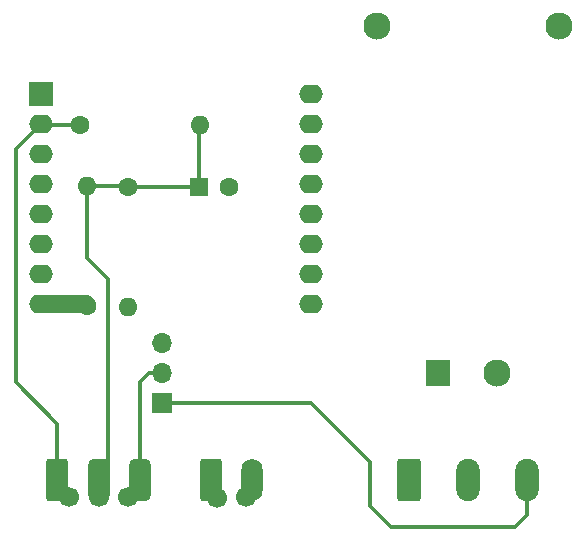
<source format=gtl>
G04 #@! TF.GenerationSoftware,KiCad,Pcbnew,(6.0.7)*
G04 #@! TF.CreationDate,2022-12-11T11:01:38+01:00*
G04 #@! TF.ProjectId,CT_Clamp,43545f43-6c61-46d7-902e-6b696361645f,rev?*
G04 #@! TF.SameCoordinates,Original*
G04 #@! TF.FileFunction,Copper,L1,Top*
G04 #@! TF.FilePolarity,Positive*
%FSLAX46Y46*%
G04 Gerber Fmt 4.6, Leading zero omitted, Abs format (unit mm)*
G04 Created by KiCad (PCBNEW (6.0.7)) date 2022-12-11 11:01:38*
%MOMM*%
%LPD*%
G01*
G04 APERTURE LIST*
G04 Aperture macros list*
%AMRoundRect*
0 Rectangle with rounded corners*
0 $1 Rounding radius*
0 $2 $3 $4 $5 $6 $7 $8 $9 X,Y pos of 4 corners*
0 Add a 4 corners polygon primitive as box body*
4,1,4,$2,$3,$4,$5,$6,$7,$8,$9,$2,$3,0*
0 Add four circle primitives for the rounded corners*
1,1,$1+$1,$2,$3*
1,1,$1+$1,$4,$5*
1,1,$1+$1,$6,$7*
1,1,$1+$1,$8,$9*
0 Add four rect primitives between the rounded corners*
20,1,$1+$1,$2,$3,$4,$5,0*
20,1,$1+$1,$4,$5,$6,$7,0*
20,1,$1+$1,$6,$7,$8,$9,0*
20,1,$1+$1,$8,$9,$2,$3,0*%
G04 Aperture macros list end*
G04 #@! TA.AperFunction,ComponentPad*
%ADD10C,1.600000*%
G04 #@! TD*
G04 #@! TA.AperFunction,ComponentPad*
%ADD11O,1.600000X1.600000*%
G04 #@! TD*
G04 #@! TA.AperFunction,ComponentPad*
%ADD12R,2.000000X2.300000*%
G04 #@! TD*
G04 #@! TA.AperFunction,ComponentPad*
%ADD13C,2.300000*%
G04 #@! TD*
G04 #@! TA.AperFunction,ComponentPad*
%ADD14R,2.000000X2.000000*%
G04 #@! TD*
G04 #@! TA.AperFunction,ComponentPad*
%ADD15O,2.000000X1.600000*%
G04 #@! TD*
G04 #@! TA.AperFunction,ComponentPad*
%ADD16RoundRect,0.250000X-0.650000X-1.550000X0.650000X-1.550000X0.650000X1.550000X-0.650000X1.550000X0*%
G04 #@! TD*
G04 #@! TA.AperFunction,ComponentPad*
%ADD17C,1.700000*%
G04 #@! TD*
G04 #@! TA.AperFunction,ComponentPad*
%ADD18RoundRect,0.450000X-0.450000X-1.350000X0.450000X-1.350000X0.450000X1.350000X-0.450000X1.350000X0*%
G04 #@! TD*
G04 #@! TA.AperFunction,ComponentPad*
%ADD19R,1.600000X1.600000*%
G04 #@! TD*
G04 #@! TA.AperFunction,ComponentPad*
%ADD20RoundRect,0.250000X-0.750000X-1.550000X0.750000X-1.550000X0.750000X1.550000X-0.750000X1.550000X0*%
G04 #@! TD*
G04 #@! TA.AperFunction,ComponentPad*
%ADD21O,2.000000X3.600000*%
G04 #@! TD*
G04 #@! TA.AperFunction,ComponentPad*
%ADD22R,1.700000X1.700000*%
G04 #@! TD*
G04 #@! TA.AperFunction,ComponentPad*
%ADD23O,1.700000X1.700000*%
G04 #@! TD*
G04 #@! TA.AperFunction,ComponentPad*
%ADD24O,1.800000X3.600000*%
G04 #@! TD*
G04 #@! TA.AperFunction,Conductor*
%ADD25C,0.350000*%
G04 #@! TD*
G04 #@! TA.AperFunction,Conductor*
%ADD26C,1.500000*%
G04 #@! TD*
G04 APERTURE END LIST*
D10*
X128250000Y-98000000D03*
D11*
X128250000Y-87840000D03*
D10*
X127670000Y-82750000D03*
D11*
X137830000Y-82750000D03*
D12*
X158000000Y-103750000D03*
D13*
X163000000Y-103750000D03*
X152800000Y-74350000D03*
X168200000Y-74350000D03*
D14*
X124380225Y-80110000D03*
D15*
X124380225Y-82650000D03*
X124380225Y-85190000D03*
X124380225Y-87730000D03*
X124380225Y-90270000D03*
X124380225Y-92810000D03*
X124380225Y-95350000D03*
X124380225Y-97890000D03*
X147240225Y-97890000D03*
X147240225Y-95350000D03*
X147240225Y-92810000D03*
X147240225Y-90270000D03*
X147240225Y-87730000D03*
X147240225Y-85190000D03*
X147240225Y-82650000D03*
X147240225Y-80110000D03*
D16*
X125750000Y-112750000D03*
D17*
X126750000Y-114223200D03*
X129250000Y-114223200D03*
D18*
X129250000Y-112750000D03*
D17*
X131750000Y-114223200D03*
D18*
X132750000Y-112750000D03*
D10*
X131750000Y-87920000D03*
D11*
X131750000Y-98080000D03*
D19*
X137750000Y-88000000D03*
D10*
X140250000Y-88000000D03*
D20*
X155500000Y-112750000D03*
D21*
X160500000Y-112750000D03*
X165500000Y-112750000D03*
D22*
X134625000Y-106250000D03*
D23*
X134625000Y-103710000D03*
X134625000Y-101170000D03*
D17*
X139250000Y-114274000D03*
D16*
X138750000Y-112750000D03*
D17*
X141750000Y-114223200D03*
D24*
X142250000Y-112750000D03*
D25*
X131750000Y-87920000D02*
X137670000Y-87920000D01*
X137750000Y-82830000D02*
X137830000Y-82750000D01*
X137670000Y-87920000D02*
X137750000Y-88000000D01*
X128250000Y-87840000D02*
X131670000Y-87840000D01*
X137750000Y-88000000D02*
X137750000Y-82830000D01*
X131670000Y-87840000D02*
X131750000Y-87920000D01*
X130000000Y-112000000D02*
X129250000Y-112750000D01*
X130000000Y-95750000D02*
X130000000Y-112000000D01*
X128250000Y-87840000D02*
X128250000Y-94000000D01*
X128250000Y-94000000D02*
X130000000Y-95750000D01*
X134625000Y-103710000D02*
X133540000Y-103710000D01*
X132750000Y-104500000D02*
X132750000Y-112750000D01*
X133540000Y-103710000D02*
X132750000Y-104500000D01*
X125750000Y-108000000D02*
X125750000Y-112750000D01*
X122250000Y-84780225D02*
X122250000Y-104500000D01*
X122250000Y-104500000D02*
X125750000Y-108000000D01*
X127670000Y-82750000D02*
X124480225Y-82750000D01*
X124380225Y-82650000D02*
X122250000Y-84780225D01*
X124480225Y-82750000D02*
X124380225Y-82650000D01*
D26*
X128140000Y-97890000D02*
X128250000Y-98000000D01*
X124380225Y-97890000D02*
X128140000Y-97890000D01*
D25*
X147250000Y-106250000D02*
X152250000Y-111250000D01*
X165500000Y-115750000D02*
X165500000Y-112750000D01*
X164500000Y-116750000D02*
X165500000Y-115750000D01*
X134625000Y-106250000D02*
X147250000Y-106250000D01*
X154000000Y-116750000D02*
X164500000Y-116750000D01*
X152250000Y-115000000D02*
X154000000Y-116750000D01*
X152250000Y-111250000D02*
X152250000Y-115000000D01*
M02*

</source>
